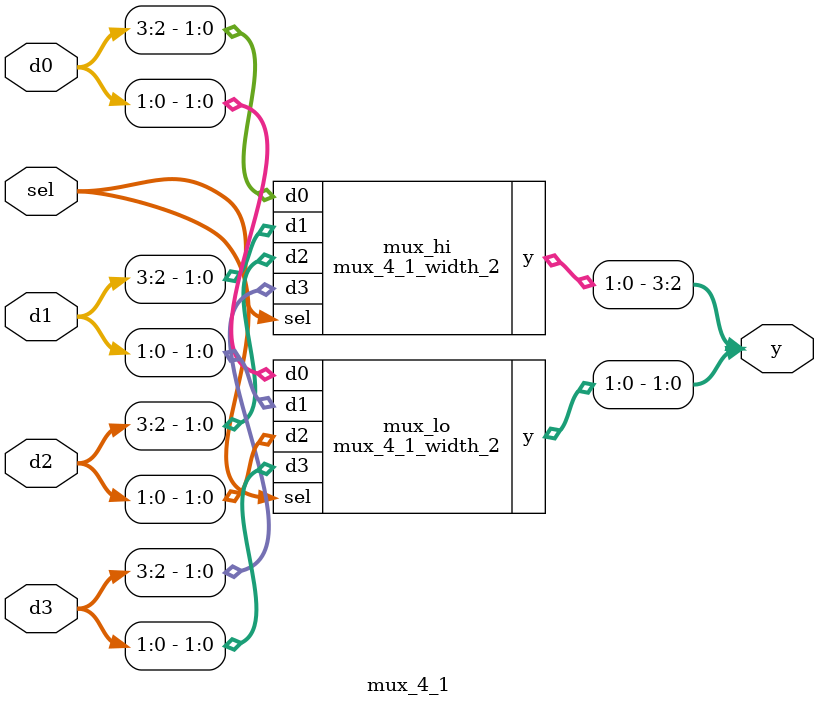
<source format=sv>

module mux_4_1_width_2 (
    input  [1:0] d0,
    d1,
    d2,
    d3,
    input  [1:0] sel,
    output [1:0] y
);

  assign y = sel[1] ? (sel[0] ? d3 : d2) : (sel[0] ? d1 : d0);

endmodule

//----------------------------------------------------------------------------
// Task
//----------------------------------------------------------------------------

module mux_4_1 (
    input  [3:0] d0,
    d1,
    d2,
    d3,
    input  [1:0] sel,
    output [3:0] y
);

  // Task:
  // Implement mux_4_1 with 4-bit data
  // using two instances of mux_4_1_width_2 with 2-bit data

  mux_4_1_width_2 mux_lo (
      .d0 (d0[1:0]),
      .d1 (d1[1:0]),
      .d2 (d2[1:0]),
      .d3 (d3[1:0]),
      .sel(sel),
      .y  (y[1:0])
  );

  mux_4_1_width_2 mux_hi (
      .d0 (d0[3:2]),
      .d1 (d1[3:2]),
      .d2 (d2[3:2]),
      .d3 (d3[3:2]),
      .sel(sel),
      .y  (y[3:2])
  );

endmodule

</source>
